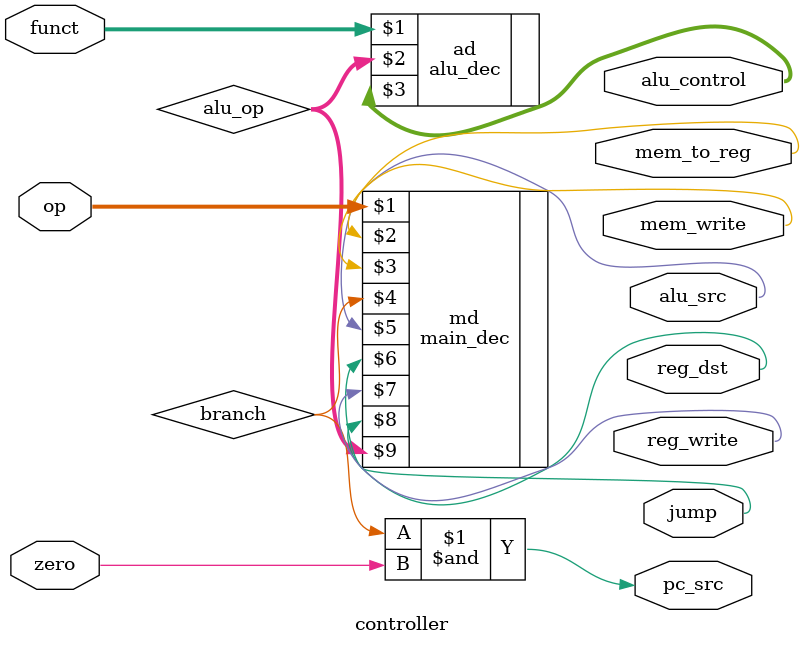
<source format=sv>
`timescale 1ns / 1ps


module controller(
    input logic [5:0] op, funct,
    input logic zero,
    output logic mem_to_reg, mem_write,
    output logic pc_src, alu_src,
    output logic reg_dst, reg_write,
    output logic jump,
    output logic [2:0] alu_control
    );

    logic [1:0] alu_op;
    logic branch;

    main_dec md(op, mem_to_reg, mem_write, branch,
                alu_src, reg_dst, reg_write, jump, alu_op);

    alu_dec ad(funct, alu_op, alu_control);

    assign pc_src = branch & zero;
endmodule

</source>
